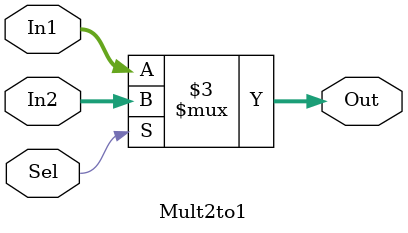
<source format=sv>
`timescale 1ns / 1ps
module Mult6to1(In1, In2, In3, In4, In5, In6, Sel, Out);
    input [31:0] In1, In2, In3, In4, In5, In6; //32-bit inputs 
    input [3:0] Sel; //selector signal
    output logic [31:0] Out; //64-bit output
    always_comb
        case (Sel) //a 5->1 multiplexor
            0: Out = In1; 
            1: Out = In2; 
            2: Out = In3;
            3: Out = In4;
            4: Out = In5;
            5: Out = In6;
            default: Out = In1; 
        endcase
endmodule

/*
module Mult5to1(In1, In2, In3, In4, In5, Sel, Out);
    input [31:0] In1, In2, In3, In4, In5; //four 64-bit inputs 
    input [2:0] Sel; //selector signal
    output logic [31:0] Out; //64-bit output
    always_comb
        case (Sel) //a 5->1 multiplexor
            0: Out <= In1; 
            1: Out <= In2; 
            2: Out <= In3;
            3: Out <= In4;
            4: Out <= In5;
            default: Out <= In1; 
        endcase
endmodule
*/

module Mult4to1(In1, In2, In3, In4, Sel, Out);
    input [31:0] In1, In2, In3, In4; //four 64-bit inputs 
    input [1:0] Sel; //selector signal
    output logic [31:0] Out; //64-bit output
    always_comb
        case (Sel) //a 4->1 multiplexor
            0: Out = In1; 
            1: Out = In2; 
            2: Out = In3;
            default: Out = In4; 
        endcase
endmodule

module Mult2to1(In1, In2, Sel, Out);
    input [31:0] In1, In2; //four 64-bit inputs 
    input Sel; //selector signal
    output logic [31:0] Out; //64-bit output
    always_comb
        case (Sel) //a 4->1 multiplexor
            0: Out = In1;            
            default: Out = In2; 
        endcase
endmodule

</source>
